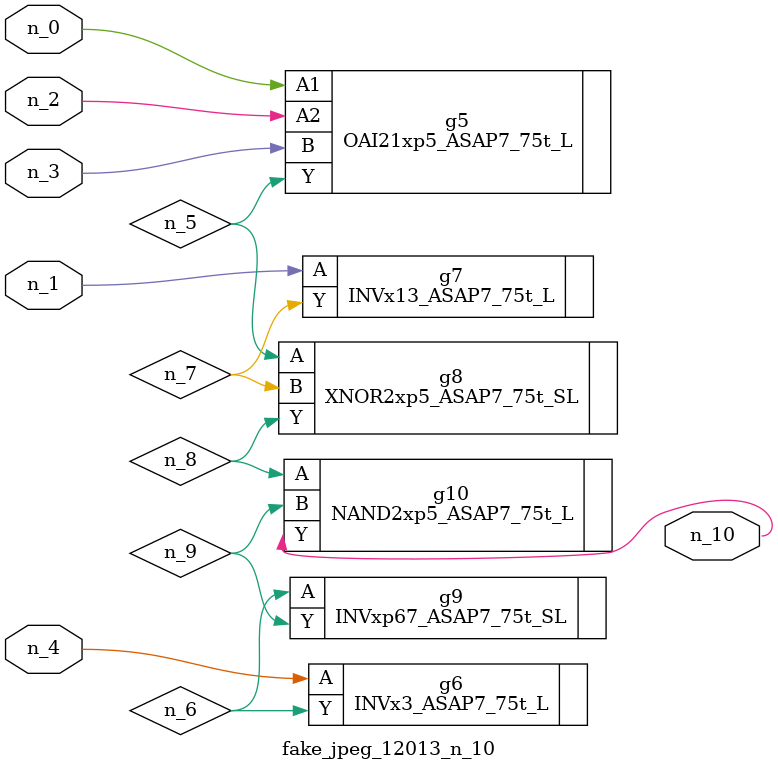
<source format=v>
module fake_jpeg_12013_n_10 (n_3, n_2, n_1, n_0, n_4, n_10);

input n_3;
input n_2;
input n_1;
input n_0;
input n_4;

output n_10;

wire n_8;
wire n_9;
wire n_6;
wire n_5;
wire n_7;

OAI21xp5_ASAP7_75t_L g5 ( 
.A1(n_0),
.A2(n_2),
.B(n_3),
.Y(n_5)
);

INVx3_ASAP7_75t_L g6 ( 
.A(n_4),
.Y(n_6)
);

INVx13_ASAP7_75t_L g7 ( 
.A(n_1),
.Y(n_7)
);

XNOR2xp5_ASAP7_75t_SL g8 ( 
.A(n_5),
.B(n_7),
.Y(n_8)
);

NAND2xp5_ASAP7_75t_L g10 ( 
.A(n_8),
.B(n_9),
.Y(n_10)
);

INVxp67_ASAP7_75t_SL g9 ( 
.A(n_6),
.Y(n_9)
);


endmodule
</source>
